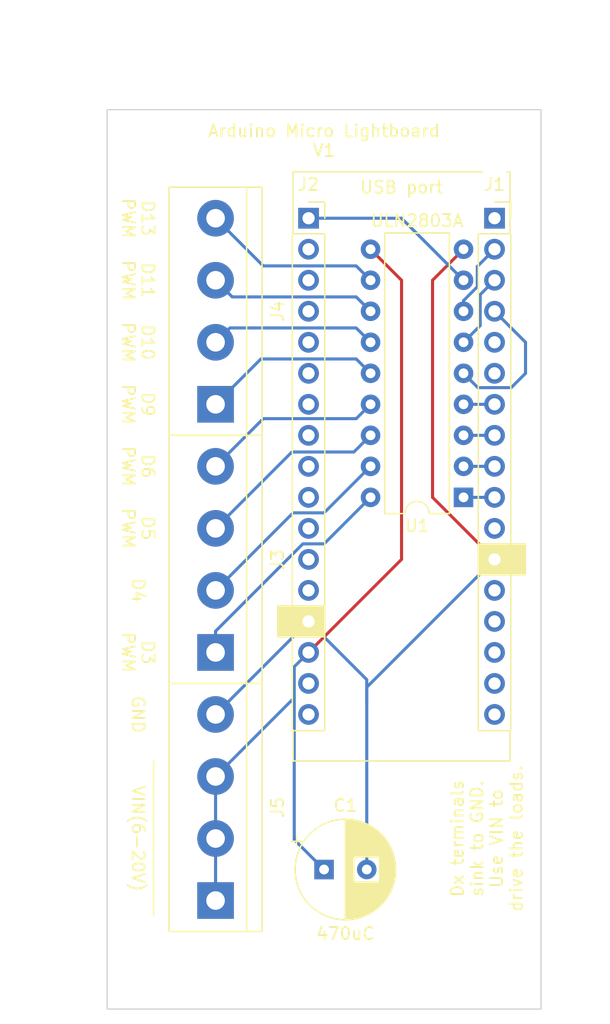
<source format=kicad_pcb>
(kicad_pcb (version 20171130) (host pcbnew 5.1.9+dfsg1-1)

  (general
    (thickness 1.6)
    (drawings 29)
    (tracks 62)
    (zones 0)
    (modules 11)
    (nets 42)
  )

  (page A4)
  (layers
    (0 F.Cu signal)
    (31 B.Cu signal)
    (32 B.Adhes user)
    (33 F.Adhes user)
    (34 B.Paste user)
    (35 F.Paste user)
    (36 B.SilkS user)
    (37 F.SilkS user)
    (38 B.Mask user)
    (39 F.Mask user)
    (40 Dwgs.User user)
    (41 Cmts.User user)
    (42 Eco1.User user)
    (43 Eco2.User user)
    (44 Edge.Cuts user)
    (45 Margin user)
    (46 B.CrtYd user)
    (47 F.CrtYd user)
    (48 B.Fab user)
    (49 F.Fab user)
  )

  (setup
    (last_trace_width 0.25)
    (trace_clearance 0.2)
    (zone_clearance 0.508)
    (zone_45_only no)
    (trace_min 0.2)
    (via_size 0.8)
    (via_drill 0.4)
    (via_min_size 0.4)
    (via_min_drill 0.3)
    (uvia_size 0.3)
    (uvia_drill 0.1)
    (uvias_allowed no)
    (uvia_min_size 0.2)
    (uvia_min_drill 0.1)
    (edge_width 0.05)
    (segment_width 0.2)
    (pcb_text_width 0.3)
    (pcb_text_size 1.5 1.5)
    (mod_edge_width 0.12)
    (mod_text_size 1 1)
    (mod_text_width 0.15)
    (pad_size 1.524 1.524)
    (pad_drill 0.762)
    (pad_to_mask_clearance 0)
    (aux_axis_origin 0 0)
    (visible_elements FFFFFF7F)
    (pcbplotparams
      (layerselection 0x010fc_ffffffff)
      (usegerberextensions false)
      (usegerberattributes true)
      (usegerberadvancedattributes true)
      (creategerberjobfile true)
      (excludeedgelayer true)
      (linewidth 0.100000)
      (plotframeref false)
      (viasonmask false)
      (mode 1)
      (useauxorigin false)
      (hpglpennumber 1)
      (hpglpenspeed 20)
      (hpglpendiameter 15.000000)
      (psnegative false)
      (psa4output false)
      (plotreference true)
      (plotvalue true)
      (plotinvisibletext false)
      (padsonsilk false)
      (subtractmaskfromsilk false)
      (outputformat 1)
      (mirror false)
      (drillshape 1)
      (scaleselection 1)
      (outputdirectory ""))
  )

  (net 0 "")
  (net 1 GND)
  (net 2 +7.5V)
  (net 3 "Net-(J1-Pad17)")
  (net 4 "Net-(J1-Pad16)")
  (net 5 "Net-(J1-Pad13)")
  (net 6 "Net-(J1-Pad11)")
  (net 7 "Net-(J1-Pad6)")
  (net 8 "Net-(J1-Pad5)")
  (net 9 "/D13(PWM)")
  (net 10 "Net-(J2-Pad17)")
  (net 11 "Net-(J2-Pad16)")
  (net 12 "Net-(J2-Pad13)")
  (net 13 "Net-(J2-Pad11)")
  (net 14 "/D3(PWM)")
  (net 15 /D4)
  (net 16 "/D5(PWM)")
  (net 17 "/D6(PWM)")
  (net 18 "Net-(J2-Pad6)")
  (net 19 "Net-(J2-Pad5)")
  (net 20 "/D9(PWM)")
  (net 21 "/D10(PWM)")
  (net 22 "/D11(PWM)")
  (net 23 "Net-(J1-Pad15)")
  (net 24 "Net-(J1-Pad14)")
  (net 25 "Net-(J1-Pad1)")
  (net 26 "Net-(J2-Pad12)")
  (net 27 "Net-(J2-Pad10)")
  (net 28 "Net-(J2-Pad9)")
  (net 29 "Net-(J2-Pad8)")
  (net 30 "Net-(J2-Pad7)")
  (net 31 "Net-(J2-Pad4)")
  (net 32 "Net-(J2-Pad3)")
  (net 33 "Net-(J2-Pad2)")
  (net 34 /D6_OUT)
  (net 35 /D3_OUT)
  (net 36 /D5_OUT)
  (net 37 /D4_OUT)
  (net 38 /D13_OUT)
  (net 39 /D9_OUT)
  (net 40 /D11_OUT)
  (net 41 /D10_OUT)

  (net_class Default "This is the default net class."
    (clearance 0.2)
    (trace_width 0.25)
    (via_dia 0.8)
    (via_drill 0.4)
    (uvia_dia 0.3)
    (uvia_drill 0.1)
    (add_net +7.5V)
    (add_net "/D10(PWM)")
    (add_net /D10_OUT)
    (add_net "/D11(PWM)")
    (add_net /D11_OUT)
    (add_net "/D13(PWM)")
    (add_net /D13_OUT)
    (add_net "/D3(PWM)")
    (add_net /D3_OUT)
    (add_net /D4)
    (add_net /D4_OUT)
    (add_net "/D5(PWM)")
    (add_net /D5_OUT)
    (add_net "/D6(PWM)")
    (add_net /D6_OUT)
    (add_net "/D9(PWM)")
    (add_net /D9_OUT)
    (add_net GND)
    (add_net "Net-(J1-Pad1)")
    (add_net "Net-(J1-Pad11)")
    (add_net "Net-(J1-Pad13)")
    (add_net "Net-(J1-Pad14)")
    (add_net "Net-(J1-Pad15)")
    (add_net "Net-(J1-Pad16)")
    (add_net "Net-(J1-Pad17)")
    (add_net "Net-(J1-Pad5)")
    (add_net "Net-(J1-Pad6)")
    (add_net "Net-(J2-Pad10)")
    (add_net "Net-(J2-Pad11)")
    (add_net "Net-(J2-Pad12)")
    (add_net "Net-(J2-Pad13)")
    (add_net "Net-(J2-Pad16)")
    (add_net "Net-(J2-Pad17)")
    (add_net "Net-(J2-Pad2)")
    (add_net "Net-(J2-Pad3)")
    (add_net "Net-(J2-Pad4)")
    (add_net "Net-(J2-Pad5)")
    (add_net "Net-(J2-Pad6)")
    (add_net "Net-(J2-Pad7)")
    (add_net "Net-(J2-Pad8)")
    (add_net "Net-(J2-Pad9)")
  )

  (module Capacitor_THT:CP_Radial_D8.0mm_P3.50mm (layer F.Cu) (tedit 5AE50EF0) (tstamp 6173EB26)
    (at 107.95 129.54)
    (descr "CP, Radial series, Radial, pin pitch=3.50mm, , diameter=8mm, Electrolytic Capacitor")
    (tags "CP Radial series Radial pin pitch 3.50mm  diameter 8mm Electrolytic Capacitor")
    (path /616DA818)
    (fp_text reference C1 (at 1.75 -5.25) (layer F.SilkS)
      (effects (font (size 1 1) (thickness 0.15)))
    )
    (fp_text value 470uC (at 1.75 5.25) (layer F.SilkS)
      (effects (font (size 1 1) (thickness 0.15)))
    )
    (fp_line (start -2.259698 -2.715) (end -2.259698 -1.915) (layer F.SilkS) (width 0.12))
    (fp_line (start -2.659698 -2.315) (end -1.859698 -2.315) (layer F.SilkS) (width 0.12))
    (fp_line (start 5.831 -0.533) (end 5.831 0.533) (layer F.SilkS) (width 0.12))
    (fp_line (start 5.791 -0.768) (end 5.791 0.768) (layer F.SilkS) (width 0.12))
    (fp_line (start 5.751 -0.948) (end 5.751 0.948) (layer F.SilkS) (width 0.12))
    (fp_line (start 5.711 -1.098) (end 5.711 1.098) (layer F.SilkS) (width 0.12))
    (fp_line (start 5.671 -1.229) (end 5.671 1.229) (layer F.SilkS) (width 0.12))
    (fp_line (start 5.631 -1.346) (end 5.631 1.346) (layer F.SilkS) (width 0.12))
    (fp_line (start 5.591 -1.453) (end 5.591 1.453) (layer F.SilkS) (width 0.12))
    (fp_line (start 5.551 -1.552) (end 5.551 1.552) (layer F.SilkS) (width 0.12))
    (fp_line (start 5.511 -1.645) (end 5.511 1.645) (layer F.SilkS) (width 0.12))
    (fp_line (start 5.471 -1.731) (end 5.471 1.731) (layer F.SilkS) (width 0.12))
    (fp_line (start 5.431 -1.813) (end 5.431 1.813) (layer F.SilkS) (width 0.12))
    (fp_line (start 5.391 -1.89) (end 5.391 1.89) (layer F.SilkS) (width 0.12))
    (fp_line (start 5.351 -1.964) (end 5.351 1.964) (layer F.SilkS) (width 0.12))
    (fp_line (start 5.311 -2.034) (end 5.311 2.034) (layer F.SilkS) (width 0.12))
    (fp_line (start 5.271 -2.102) (end 5.271 2.102) (layer F.SilkS) (width 0.12))
    (fp_line (start 5.231 -2.166) (end 5.231 2.166) (layer F.SilkS) (width 0.12))
    (fp_line (start 5.191 -2.228) (end 5.191 2.228) (layer F.SilkS) (width 0.12))
    (fp_line (start 5.151 -2.287) (end 5.151 2.287) (layer F.SilkS) (width 0.12))
    (fp_line (start 5.111 -2.345) (end 5.111 2.345) (layer F.SilkS) (width 0.12))
    (fp_line (start 5.071 -2.4) (end 5.071 2.4) (layer F.SilkS) (width 0.12))
    (fp_line (start 5.031 -2.454) (end 5.031 2.454) (layer F.SilkS) (width 0.12))
    (fp_line (start 4.991 -2.505) (end 4.991 2.505) (layer F.SilkS) (width 0.12))
    (fp_line (start 4.951 -2.556) (end 4.951 2.556) (layer F.SilkS) (width 0.12))
    (fp_line (start 4.911 -2.604) (end 4.911 2.604) (layer F.SilkS) (width 0.12))
    (fp_line (start 4.871 -2.651) (end 4.871 2.651) (layer F.SilkS) (width 0.12))
    (fp_line (start 4.831 -2.697) (end 4.831 2.697) (layer F.SilkS) (width 0.12))
    (fp_line (start 4.791 -2.741) (end 4.791 2.741) (layer F.SilkS) (width 0.12))
    (fp_line (start 4.751 -2.784) (end 4.751 2.784) (layer F.SilkS) (width 0.12))
    (fp_line (start 4.711 -2.826) (end 4.711 2.826) (layer F.SilkS) (width 0.12))
    (fp_line (start 4.671 -2.867) (end 4.671 2.867) (layer F.SilkS) (width 0.12))
    (fp_line (start 4.631 -2.907) (end 4.631 2.907) (layer F.SilkS) (width 0.12))
    (fp_line (start 4.591 -2.945) (end 4.591 2.945) (layer F.SilkS) (width 0.12))
    (fp_line (start 4.551 -2.983) (end 4.551 2.983) (layer F.SilkS) (width 0.12))
    (fp_line (start 4.511 1.04) (end 4.511 3.019) (layer F.SilkS) (width 0.12))
    (fp_line (start 4.511 -3.019) (end 4.511 -1.04) (layer F.SilkS) (width 0.12))
    (fp_line (start 4.471 1.04) (end 4.471 3.055) (layer F.SilkS) (width 0.12))
    (fp_line (start 4.471 -3.055) (end 4.471 -1.04) (layer F.SilkS) (width 0.12))
    (fp_line (start 4.431 1.04) (end 4.431 3.09) (layer F.SilkS) (width 0.12))
    (fp_line (start 4.431 -3.09) (end 4.431 -1.04) (layer F.SilkS) (width 0.12))
    (fp_line (start 4.391 1.04) (end 4.391 3.124) (layer F.SilkS) (width 0.12))
    (fp_line (start 4.391 -3.124) (end 4.391 -1.04) (layer F.SilkS) (width 0.12))
    (fp_line (start 4.351 1.04) (end 4.351 3.156) (layer F.SilkS) (width 0.12))
    (fp_line (start 4.351 -3.156) (end 4.351 -1.04) (layer F.SilkS) (width 0.12))
    (fp_line (start 4.311 1.04) (end 4.311 3.189) (layer F.SilkS) (width 0.12))
    (fp_line (start 4.311 -3.189) (end 4.311 -1.04) (layer F.SilkS) (width 0.12))
    (fp_line (start 4.271 1.04) (end 4.271 3.22) (layer F.SilkS) (width 0.12))
    (fp_line (start 4.271 -3.22) (end 4.271 -1.04) (layer F.SilkS) (width 0.12))
    (fp_line (start 4.231 1.04) (end 4.231 3.25) (layer F.SilkS) (width 0.12))
    (fp_line (start 4.231 -3.25) (end 4.231 -1.04) (layer F.SilkS) (width 0.12))
    (fp_line (start 4.191 1.04) (end 4.191 3.28) (layer F.SilkS) (width 0.12))
    (fp_line (start 4.191 -3.28) (end 4.191 -1.04) (layer F.SilkS) (width 0.12))
    (fp_line (start 4.151 1.04) (end 4.151 3.309) (layer F.SilkS) (width 0.12))
    (fp_line (start 4.151 -3.309) (end 4.151 -1.04) (layer F.SilkS) (width 0.12))
    (fp_line (start 4.111 1.04) (end 4.111 3.338) (layer F.SilkS) (width 0.12))
    (fp_line (start 4.111 -3.338) (end 4.111 -1.04) (layer F.SilkS) (width 0.12))
    (fp_line (start 4.071 1.04) (end 4.071 3.365) (layer F.SilkS) (width 0.12))
    (fp_line (start 4.071 -3.365) (end 4.071 -1.04) (layer F.SilkS) (width 0.12))
    (fp_line (start 4.031 1.04) (end 4.031 3.392) (layer F.SilkS) (width 0.12))
    (fp_line (start 4.031 -3.392) (end 4.031 -1.04) (layer F.SilkS) (width 0.12))
    (fp_line (start 3.991 1.04) (end 3.991 3.418) (layer F.SilkS) (width 0.12))
    (fp_line (start 3.991 -3.418) (end 3.991 -1.04) (layer F.SilkS) (width 0.12))
    (fp_line (start 3.951 1.04) (end 3.951 3.444) (layer F.SilkS) (width 0.12))
    (fp_line (start 3.951 -3.444) (end 3.951 -1.04) (layer F.SilkS) (width 0.12))
    (fp_line (start 3.911 1.04) (end 3.911 3.469) (layer F.SilkS) (width 0.12))
    (fp_line (start 3.911 -3.469) (end 3.911 -1.04) (layer F.SilkS) (width 0.12))
    (fp_line (start 3.871 1.04) (end 3.871 3.493) (layer F.SilkS) (width 0.12))
    (fp_line (start 3.871 -3.493) (end 3.871 -1.04) (layer F.SilkS) (width 0.12))
    (fp_line (start 3.831 1.04) (end 3.831 3.517) (layer F.SilkS) (width 0.12))
    (fp_line (start 3.831 -3.517) (end 3.831 -1.04) (layer F.SilkS) (width 0.12))
    (fp_line (start 3.791 1.04) (end 3.791 3.54) (layer F.SilkS) (width 0.12))
    (fp_line (start 3.791 -3.54) (end 3.791 -1.04) (layer F.SilkS) (width 0.12))
    (fp_line (start 3.751 1.04) (end 3.751 3.562) (layer F.SilkS) (width 0.12))
    (fp_line (start 3.751 -3.562) (end 3.751 -1.04) (layer F.SilkS) (width 0.12))
    (fp_line (start 3.711 1.04) (end 3.711 3.584) (layer F.SilkS) (width 0.12))
    (fp_line (start 3.711 -3.584) (end 3.711 -1.04) (layer F.SilkS) (width 0.12))
    (fp_line (start 3.671 1.04) (end 3.671 3.606) (layer F.SilkS) (width 0.12))
    (fp_line (start 3.671 -3.606) (end 3.671 -1.04) (layer F.SilkS) (width 0.12))
    (fp_line (start 3.631 1.04) (end 3.631 3.627) (layer F.SilkS) (width 0.12))
    (fp_line (start 3.631 -3.627) (end 3.631 -1.04) (layer F.SilkS) (width 0.12))
    (fp_line (start 3.591 1.04) (end 3.591 3.647) (layer F.SilkS) (width 0.12))
    (fp_line (start 3.591 -3.647) (end 3.591 -1.04) (layer F.SilkS) (width 0.12))
    (fp_line (start 3.551 1.04) (end 3.551 3.666) (layer F.SilkS) (width 0.12))
    (fp_line (start 3.551 -3.666) (end 3.551 -1.04) (layer F.SilkS) (width 0.12))
    (fp_line (start 3.511 1.04) (end 3.511 3.686) (layer F.SilkS) (width 0.12))
    (fp_line (start 3.511 -3.686) (end 3.511 -1.04) (layer F.SilkS) (width 0.12))
    (fp_line (start 3.471 1.04) (end 3.471 3.704) (layer F.SilkS) (width 0.12))
    (fp_line (start 3.471 -3.704) (end 3.471 -1.04) (layer F.SilkS) (width 0.12))
    (fp_line (start 3.431 1.04) (end 3.431 3.722) (layer F.SilkS) (width 0.12))
    (fp_line (start 3.431 -3.722) (end 3.431 -1.04) (layer F.SilkS) (width 0.12))
    (fp_line (start 3.391 1.04) (end 3.391 3.74) (layer F.SilkS) (width 0.12))
    (fp_line (start 3.391 -3.74) (end 3.391 -1.04) (layer F.SilkS) (width 0.12))
    (fp_line (start 3.351 1.04) (end 3.351 3.757) (layer F.SilkS) (width 0.12))
    (fp_line (start 3.351 -3.757) (end 3.351 -1.04) (layer F.SilkS) (width 0.12))
    (fp_line (start 3.311 1.04) (end 3.311 3.774) (layer F.SilkS) (width 0.12))
    (fp_line (start 3.311 -3.774) (end 3.311 -1.04) (layer F.SilkS) (width 0.12))
    (fp_line (start 3.271 1.04) (end 3.271 3.79) (layer F.SilkS) (width 0.12))
    (fp_line (start 3.271 -3.79) (end 3.271 -1.04) (layer F.SilkS) (width 0.12))
    (fp_line (start 3.231 1.04) (end 3.231 3.805) (layer F.SilkS) (width 0.12))
    (fp_line (start 3.231 -3.805) (end 3.231 -1.04) (layer F.SilkS) (width 0.12))
    (fp_line (start 3.191 1.04) (end 3.191 3.821) (layer F.SilkS) (width 0.12))
    (fp_line (start 3.191 -3.821) (end 3.191 -1.04) (layer F.SilkS) (width 0.12))
    (fp_line (start 3.151 1.04) (end 3.151 3.835) (layer F.SilkS) (width 0.12))
    (fp_line (start 3.151 -3.835) (end 3.151 -1.04) (layer F.SilkS) (width 0.12))
    (fp_line (start 3.111 1.04) (end 3.111 3.85) (layer F.SilkS) (width 0.12))
    (fp_line (start 3.111 -3.85) (end 3.111 -1.04) (layer F.SilkS) (width 0.12))
    (fp_line (start 3.071 1.04) (end 3.071 3.863) (layer F.SilkS) (width 0.12))
    (fp_line (start 3.071 -3.863) (end 3.071 -1.04) (layer F.SilkS) (width 0.12))
    (fp_line (start 3.031 1.04) (end 3.031 3.877) (layer F.SilkS) (width 0.12))
    (fp_line (start 3.031 -3.877) (end 3.031 -1.04) (layer F.SilkS) (width 0.12))
    (fp_line (start 2.991 1.04) (end 2.991 3.889) (layer F.SilkS) (width 0.12))
    (fp_line (start 2.991 -3.889) (end 2.991 -1.04) (layer F.SilkS) (width 0.12))
    (fp_line (start 2.951 1.04) (end 2.951 3.902) (layer F.SilkS) (width 0.12))
    (fp_line (start 2.951 -3.902) (end 2.951 -1.04) (layer F.SilkS) (width 0.12))
    (fp_line (start 2.911 1.04) (end 2.911 3.914) (layer F.SilkS) (width 0.12))
    (fp_line (start 2.911 -3.914) (end 2.911 -1.04) (layer F.SilkS) (width 0.12))
    (fp_line (start 2.871 1.04) (end 2.871 3.925) (layer F.SilkS) (width 0.12))
    (fp_line (start 2.871 -3.925) (end 2.871 -1.04) (layer F.SilkS) (width 0.12))
    (fp_line (start 2.831 1.04) (end 2.831 3.936) (layer F.SilkS) (width 0.12))
    (fp_line (start 2.831 -3.936) (end 2.831 -1.04) (layer F.SilkS) (width 0.12))
    (fp_line (start 2.791 1.04) (end 2.791 3.947) (layer F.SilkS) (width 0.12))
    (fp_line (start 2.791 -3.947) (end 2.791 -1.04) (layer F.SilkS) (width 0.12))
    (fp_line (start 2.751 1.04) (end 2.751 3.957) (layer F.SilkS) (width 0.12))
    (fp_line (start 2.751 -3.957) (end 2.751 -1.04) (layer F.SilkS) (width 0.12))
    (fp_line (start 2.711 1.04) (end 2.711 3.967) (layer F.SilkS) (width 0.12))
    (fp_line (start 2.711 -3.967) (end 2.711 -1.04) (layer F.SilkS) (width 0.12))
    (fp_line (start 2.671 1.04) (end 2.671 3.976) (layer F.SilkS) (width 0.12))
    (fp_line (start 2.671 -3.976) (end 2.671 -1.04) (layer F.SilkS) (width 0.12))
    (fp_line (start 2.631 1.04) (end 2.631 3.985) (layer F.SilkS) (width 0.12))
    (fp_line (start 2.631 -3.985) (end 2.631 -1.04) (layer F.SilkS) (width 0.12))
    (fp_line (start 2.591 1.04) (end 2.591 3.994) (layer F.SilkS) (width 0.12))
    (fp_line (start 2.591 -3.994) (end 2.591 -1.04) (layer F.SilkS) (width 0.12))
    (fp_line (start 2.551 1.04) (end 2.551 4.002) (layer F.SilkS) (width 0.12))
    (fp_line (start 2.551 -4.002) (end 2.551 -1.04) (layer F.SilkS) (width 0.12))
    (fp_line (start 2.511 1.04) (end 2.511 4.01) (layer F.SilkS) (width 0.12))
    (fp_line (start 2.511 -4.01) (end 2.511 -1.04) (layer F.SilkS) (width 0.12))
    (fp_line (start 2.471 1.04) (end 2.471 4.017) (layer F.SilkS) (width 0.12))
    (fp_line (start 2.471 -4.017) (end 2.471 -1.04) (layer F.SilkS) (width 0.12))
    (fp_line (start 2.43 -4.024) (end 2.43 4.024) (layer F.SilkS) (width 0.12))
    (fp_line (start 2.39 -4.03) (end 2.39 4.03) (layer F.SilkS) (width 0.12))
    (fp_line (start 2.35 -4.037) (end 2.35 4.037) (layer F.SilkS) (width 0.12))
    (fp_line (start 2.31 -4.042) (end 2.31 4.042) (layer F.SilkS) (width 0.12))
    (fp_line (start 2.27 -4.048) (end 2.27 4.048) (layer F.SilkS) (width 0.12))
    (fp_line (start 2.23 -4.052) (end 2.23 4.052) (layer F.SilkS) (width 0.12))
    (fp_line (start 2.19 -4.057) (end 2.19 4.057) (layer F.SilkS) (width 0.12))
    (fp_line (start 2.15 -4.061) (end 2.15 4.061) (layer F.SilkS) (width 0.12))
    (fp_line (start 2.11 -4.065) (end 2.11 4.065) (layer F.SilkS) (width 0.12))
    (fp_line (start 2.07 -4.068) (end 2.07 4.068) (layer F.SilkS) (width 0.12))
    (fp_line (start 2.03 -4.071) (end 2.03 4.071) (layer F.SilkS) (width 0.12))
    (fp_line (start 1.99 -4.074) (end 1.99 4.074) (layer F.SilkS) (width 0.12))
    (fp_line (start 1.95 -4.076) (end 1.95 4.076) (layer F.SilkS) (width 0.12))
    (fp_line (start 1.91 -4.077) (end 1.91 4.077) (layer F.SilkS) (width 0.12))
    (fp_line (start 1.87 -4.079) (end 1.87 4.079) (layer F.SilkS) (width 0.12))
    (fp_line (start 1.83 -4.08) (end 1.83 4.08) (layer F.SilkS) (width 0.12))
    (fp_line (start 1.79 -4.08) (end 1.79 4.08) (layer F.SilkS) (width 0.12))
    (fp_line (start 1.75 -4.08) (end 1.75 4.08) (layer F.SilkS) (width 0.12))
    (fp_line (start -1.276759 -2.1475) (end -1.276759 -1.3475) (layer F.Fab) (width 0.1))
    (fp_line (start -1.676759 -1.7475) (end -0.876759 -1.7475) (layer F.Fab) (width 0.1))
    (fp_circle (center 1.75 0) (end 6 0) (layer F.CrtYd) (width 0.05))
    (fp_circle (center 1.75 0) (end 5.87 0) (layer F.SilkS) (width 0.12))
    (fp_circle (center 1.75 0) (end 5.75 0) (layer F.Fab) (width 0.1))
    (fp_text user %R (at 1.75 0) (layer F.Fab)
      (effects (font (size 1 1) (thickness 0.15)))
    )
    (pad 2 thru_hole circle (at 3.5 0) (size 1.6 1.6) (drill 0.8) (layers *.Cu *.Mask)
      (net 1 GND))
    (pad 1 thru_hole rect (at 0 0) (size 1.6 1.6) (drill 0.8) (layers *.Cu *.Mask)
      (net 2 +7.5V))
    (model ${KISYS3DMOD}/Capacitor_THT.3dshapes/CP_Radial_D8.0mm_P3.50mm.wrl
      (at (xyz 0 0 0))
      (scale (xyz 1 1 1))
      (rotate (xyz 0 0 0))
    )
  )

  (module MountingHole:MountingHole_3.2mm_M3 (layer F.Cu) (tedit 56D1B4CB) (tstamp 61670190)
    (at 121.92 137.16)
    (descr "Mounting Hole 3.2mm, no annular, M3")
    (tags "mounting hole 3.2mm no annular m3")
    (attr virtual)
    (fp_text reference REF** (at 0 -4.2) (layer F.SilkS) hide
      (effects (font (size 1 1) (thickness 0.15)))
    )
    (fp_text value MountingHole_3.2mm_M3 (at 0 4.2) (layer F.Fab)
      (effects (font (size 1 1) (thickness 0.15)))
    )
    (fp_circle (center 0 0) (end 3.2 0) (layer Cmts.User) (width 0.15))
    (fp_circle (center 0 0) (end 3.45 0) (layer F.CrtYd) (width 0.05))
    (fp_text user %R (at 0.3 0) (layer F.Fab)
      (effects (font (size 1 1) (thickness 0.15)))
    )
    (pad 1 np_thru_hole circle (at 0 0) (size 3.2 3.2) (drill 3.2) (layers *.Cu *.Mask))
  )

  (module MountingHole:MountingHole_3.2mm_M3 (layer F.Cu) (tedit 56D1B4CB) (tstamp 61670173)
    (at 93.98 137.16)
    (descr "Mounting Hole 3.2mm, no annular, M3")
    (tags "mounting hole 3.2mm no annular m3")
    (attr virtual)
    (fp_text reference REF** (at 0 -4.2) (layer F.SilkS) hide
      (effects (font (size 1 1) (thickness 0.15)))
    )
    (fp_text value MountingHole_3.2mm_M3 (at 0 4.2) (layer F.Fab)
      (effects (font (size 1 1) (thickness 0.15)))
    )
    (fp_circle (center 0 0) (end 3.2 0) (layer Cmts.User) (width 0.15))
    (fp_circle (center 0 0) (end 3.45 0) (layer F.CrtYd) (width 0.05))
    (fp_text user %R (at 0.3 0) (layer F.Fab)
      (effects (font (size 1 1) (thickness 0.15)))
    )
    (pad 1 np_thru_hole circle (at 0 0) (size 3.2 3.2) (drill 3.2) (layers *.Cu *.Mask))
  )

  (module MountingHole:MountingHole_3.2mm_M3 (layer F.Cu) (tedit 56D1B4CB) (tstamp 61670156)
    (at 121.92 71.12)
    (descr "Mounting Hole 3.2mm, no annular, M3")
    (tags "mounting hole 3.2mm no annular m3")
    (attr virtual)
    (fp_text reference REF** (at 0 -4.2) (layer F.SilkS) hide
      (effects (font (size 1 1) (thickness 0.15)))
    )
    (fp_text value MountingHole_3.2mm_M3 (at 0 4.2) (layer F.Fab)
      (effects (font (size 1 1) (thickness 0.15)))
    )
    (fp_circle (center 0 0) (end 3.2 0) (layer Cmts.User) (width 0.15))
    (fp_circle (center 0 0) (end 3.45 0) (layer F.CrtYd) (width 0.05))
    (fp_text user %R (at 0.3 0) (layer F.Fab)
      (effects (font (size 1 1) (thickness 0.15)))
    )
    (pad 1 np_thru_hole circle (at 0 0) (size 3.2 3.2) (drill 3.2) (layers *.Cu *.Mask))
  )

  (module MountingHole:MountingHole_3.2mm_M3 (layer F.Cu) (tedit 56D1B4CB) (tstamp 61670139)
    (at 93.98 71.12)
    (descr "Mounting Hole 3.2mm, no annular, M3")
    (tags "mounting hole 3.2mm no annular m3")
    (attr virtual)
    (fp_text reference REF** (at 0 -4.2) (layer F.SilkS) hide
      (effects (font (size 1 1) (thickness 0.15)))
    )
    (fp_text value MountingHole_3.2mm_M3 (at 0 4.2) (layer F.Fab)
      (effects (font (size 1 1) (thickness 0.15)))
    )
    (fp_circle (center 0 0) (end 3.2 0) (layer Cmts.User) (width 0.15))
    (fp_circle (center 0 0) (end 3.45 0) (layer F.CrtYd) (width 0.05))
    (fp_text user %R (at 0.3 0) (layer F.Fab)
      (effects (font (size 1 1) (thickness 0.15)))
    )
    (pad 1 np_thru_hole circle (at 0 0) (size 3.2 3.2) (drill 3.2) (layers *.Cu *.Mask))
  )

  (module Package_DIP:DIP-18_W7.62mm (layer F.Cu) (tedit 5A02E8C5) (tstamp 6166990B)
    (at 119.38 99.06 180)
    (descr "18-lead though-hole mounted DIP package, row spacing 7.62 mm (300 mils)")
    (tags "THT DIP DIL PDIP 2.54mm 7.62mm 300mil")
    (path /6166A140)
    (fp_text reference U1 (at 3.81 -2.33) (layer F.SilkS)
      (effects (font (size 1 1) (thickness 0.15)))
    )
    (fp_text value ULN2803A (at 3.81 22.65) (layer F.SilkS)
      (effects (font (size 1 1) (thickness 0.15)))
    )
    (fp_line (start 1.635 -1.27) (end 6.985 -1.27) (layer F.Fab) (width 0.1))
    (fp_line (start 6.985 -1.27) (end 6.985 21.59) (layer F.Fab) (width 0.1))
    (fp_line (start 6.985 21.59) (end 0.635 21.59) (layer F.Fab) (width 0.1))
    (fp_line (start 0.635 21.59) (end 0.635 -0.27) (layer F.Fab) (width 0.1))
    (fp_line (start 0.635 -0.27) (end 1.635 -1.27) (layer F.Fab) (width 0.1))
    (fp_line (start 2.81 -1.33) (end 1.16 -1.33) (layer F.SilkS) (width 0.12))
    (fp_line (start 1.16 -1.33) (end 1.16 21.65) (layer F.SilkS) (width 0.12))
    (fp_line (start 1.16 21.65) (end 6.46 21.65) (layer F.SilkS) (width 0.12))
    (fp_line (start 6.46 21.65) (end 6.46 -1.33) (layer F.SilkS) (width 0.12))
    (fp_line (start 6.46 -1.33) (end 4.81 -1.33) (layer F.SilkS) (width 0.12))
    (fp_line (start -1.1 -1.55) (end -1.1 21.85) (layer F.CrtYd) (width 0.05))
    (fp_line (start -1.1 21.85) (end 8.7 21.85) (layer F.CrtYd) (width 0.05))
    (fp_line (start 8.7 21.85) (end 8.7 -1.55) (layer F.CrtYd) (width 0.05))
    (fp_line (start 8.7 -1.55) (end -1.1 -1.55) (layer F.CrtYd) (width 0.05))
    (fp_text user %R (at 3.81 10.16) (layer F.Fab)
      (effects (font (size 1 1) (thickness 0.15)))
    )
    (fp_arc (start 3.81 -1.33) (end 2.81 -1.33) (angle -180) (layer F.SilkS) (width 0.12))
    (pad 18 thru_hole oval (at 7.62 0 180) (size 1.6 1.6) (drill 0.8) (layers *.Cu *.Mask)
      (net 35 /D3_OUT))
    (pad 9 thru_hole oval (at 0 20.32 180) (size 1.6 1.6) (drill 0.8) (layers *.Cu *.Mask)
      (net 1 GND))
    (pad 17 thru_hole oval (at 7.62 2.54 180) (size 1.6 1.6) (drill 0.8) (layers *.Cu *.Mask)
      (net 37 /D4_OUT))
    (pad 8 thru_hole oval (at 0 17.78 180) (size 1.6 1.6) (drill 0.8) (layers *.Cu *.Mask)
      (net 9 "/D13(PWM)"))
    (pad 16 thru_hole oval (at 7.62 5.08 180) (size 1.6 1.6) (drill 0.8) (layers *.Cu *.Mask)
      (net 36 /D5_OUT))
    (pad 7 thru_hole oval (at 0 15.24 180) (size 1.6 1.6) (drill 0.8) (layers *.Cu *.Mask)
      (net 22 "/D11(PWM)"))
    (pad 15 thru_hole oval (at 7.62 7.62 180) (size 1.6 1.6) (drill 0.8) (layers *.Cu *.Mask)
      (net 34 /D6_OUT))
    (pad 6 thru_hole oval (at 0 12.7 180) (size 1.6 1.6) (drill 0.8) (layers *.Cu *.Mask)
      (net 21 "/D10(PWM)"))
    (pad 14 thru_hole oval (at 7.62 10.16 180) (size 1.6 1.6) (drill 0.8) (layers *.Cu *.Mask)
      (net 39 /D9_OUT))
    (pad 5 thru_hole oval (at 0 10.16 180) (size 1.6 1.6) (drill 0.8) (layers *.Cu *.Mask)
      (net 20 "/D9(PWM)"))
    (pad 13 thru_hole oval (at 7.62 12.7 180) (size 1.6 1.6) (drill 0.8) (layers *.Cu *.Mask)
      (net 41 /D10_OUT))
    (pad 4 thru_hole oval (at 0 7.62 180) (size 1.6 1.6) (drill 0.8) (layers *.Cu *.Mask)
      (net 17 "/D6(PWM)"))
    (pad 12 thru_hole oval (at 7.62 15.24 180) (size 1.6 1.6) (drill 0.8) (layers *.Cu *.Mask)
      (net 40 /D11_OUT))
    (pad 3 thru_hole oval (at 0 5.08 180) (size 1.6 1.6) (drill 0.8) (layers *.Cu *.Mask)
      (net 16 "/D5(PWM)"))
    (pad 11 thru_hole oval (at 7.62 17.78 180) (size 1.6 1.6) (drill 0.8) (layers *.Cu *.Mask)
      (net 38 /D13_OUT))
    (pad 2 thru_hole oval (at 0 2.54 180) (size 1.6 1.6) (drill 0.8) (layers *.Cu *.Mask)
      (net 15 /D4))
    (pad 10 thru_hole oval (at 7.62 20.32 180) (size 1.6 1.6) (drill 0.8) (layers *.Cu *.Mask)
      (net 2 +7.5V))
    (pad 1 thru_hole rect (at 0 0 180) (size 1.6 1.6) (drill 0.8) (layers *.Cu *.Mask)
      (net 14 "/D3(PWM)"))
    (model ${KISYS3DMOD}/Package_DIP.3dshapes/DIP-18_W7.62mm.wrl
      (at (xyz 0 0 0))
      (scale (xyz 1 1 1))
      (rotate (xyz 0 0 0))
    )
  )

  (module TerminalBlock:TerminalBlock_bornier-4_P5.08mm (layer F.Cu) (tedit 59FF03D1) (tstamp 616698E5)
    (at 99.06 132.08 90)
    (descr "simple 4-pin terminal block, pitch 5.08mm, revamped version of bornier4")
    (tags "terminal block bornier4")
    (path /6168981D)
    (fp_text reference J5 (at 7.62 5.08 90) (layer F.SilkS)
      (effects (font (size 1 1) (thickness 0.15)))
    )
    (fp_text value Screw_Terminal_01x04 (at 7.6 4.75 90) (layer F.Fab)
      (effects (font (size 1 1) (thickness 0.15)))
    )
    (fp_line (start -2.48 2.55) (end 17.72 2.55) (layer F.Fab) (width 0.1))
    (fp_line (start -2.43 3.75) (end -2.48 3.75) (layer F.Fab) (width 0.1))
    (fp_line (start -2.48 3.75) (end -2.48 -3.75) (layer F.Fab) (width 0.1))
    (fp_line (start -2.48 -3.75) (end 17.72 -3.75) (layer F.Fab) (width 0.1))
    (fp_line (start 17.72 -3.75) (end 17.72 3.75) (layer F.Fab) (width 0.1))
    (fp_line (start 17.72 3.75) (end -2.43 3.75) (layer F.Fab) (width 0.1))
    (fp_line (start -2.54 -3.81) (end -2.54 3.81) (layer F.SilkS) (width 0.12))
    (fp_line (start 17.78 3.81) (end 17.78 -3.81) (layer F.SilkS) (width 0.12))
    (fp_line (start 17.78 2.54) (end -2.54 2.54) (layer F.SilkS) (width 0.12))
    (fp_line (start -2.54 -3.81) (end 17.78 -3.81) (layer F.SilkS) (width 0.12))
    (fp_line (start -2.54 3.81) (end 17.78 3.81) (layer F.SilkS) (width 0.12))
    (fp_line (start -2.73 -4) (end 17.97 -4) (layer F.CrtYd) (width 0.05))
    (fp_line (start -2.73 -4) (end -2.73 4) (layer F.CrtYd) (width 0.05))
    (fp_line (start 17.97 4) (end 17.97 -4) (layer F.CrtYd) (width 0.05))
    (fp_line (start 17.97 4) (end -2.73 4) (layer F.CrtYd) (width 0.05))
    (fp_text user %R (at 7.62 0 90) (layer F.Fab)
      (effects (font (size 1 1) (thickness 0.15)))
    )
    (pad 4 thru_hole circle (at 15.24 0 90) (size 3 3) (drill 1.52) (layers *.Cu *.Mask)
      (net 1 GND))
    (pad 1 thru_hole rect (at 0 0 90) (size 3 3) (drill 1.52) (layers *.Cu *.Mask)
      (net 2 +7.5V))
    (pad 3 thru_hole circle (at 10.16 0 90) (size 3 3) (drill 1.52) (layers *.Cu *.Mask)
      (net 2 +7.5V))
    (pad 2 thru_hole circle (at 5.08 0 90) (size 3 3) (drill 1.52) (layers *.Cu *.Mask)
      (net 2 +7.5V))
    (model ${KISYS3DMOD}/TerminalBlock.3dshapes/TerminalBlock_bornier-4_P5.08mm.wrl
      (offset (xyz 7.619999885559082 0 0))
      (scale (xyz 1 1 1))
      (rotate (xyz 0 0 0))
    )
  )

  (module TerminalBlock:TerminalBlock_bornier-4_P5.08mm (layer F.Cu) (tedit 59FF03D1) (tstamp 616698CD)
    (at 99.06 91.44 90)
    (descr "simple 4-pin terminal block, pitch 5.08mm, revamped version of bornier4")
    (tags "terminal block bornier4")
    (path /61689DD2)
    (fp_text reference J4 (at 7.62 5.08 270) (layer F.SilkS)
      (effects (font (size 1 1) (thickness 0.15)))
    )
    (fp_text value Screw_Terminal_01x04 (at 7.6 4.75 90) (layer F.Fab)
      (effects (font (size 1 1) (thickness 0.15)))
    )
    (fp_line (start -2.48 2.55) (end 17.72 2.55) (layer F.Fab) (width 0.1))
    (fp_line (start -2.43 3.75) (end -2.48 3.75) (layer F.Fab) (width 0.1))
    (fp_line (start -2.48 3.75) (end -2.48 -3.75) (layer F.Fab) (width 0.1))
    (fp_line (start -2.48 -3.75) (end 17.72 -3.75) (layer F.Fab) (width 0.1))
    (fp_line (start 17.72 -3.75) (end 17.72 3.75) (layer F.Fab) (width 0.1))
    (fp_line (start 17.72 3.75) (end -2.43 3.75) (layer F.Fab) (width 0.1))
    (fp_line (start -2.54 -3.81) (end -2.54 3.81) (layer F.SilkS) (width 0.12))
    (fp_line (start 17.78 3.81) (end 17.78 -3.81) (layer F.SilkS) (width 0.12))
    (fp_line (start 17.78 2.54) (end -2.54 2.54) (layer F.SilkS) (width 0.12))
    (fp_line (start -2.54 -3.81) (end 17.78 -3.81) (layer F.SilkS) (width 0.12))
    (fp_line (start -2.54 3.81) (end 17.78 3.81) (layer F.SilkS) (width 0.12))
    (fp_line (start -2.73 -4) (end 17.97 -4) (layer F.CrtYd) (width 0.05))
    (fp_line (start -2.73 -4) (end -2.73 4) (layer F.CrtYd) (width 0.05))
    (fp_line (start 17.97 4) (end 17.97 -4) (layer F.CrtYd) (width 0.05))
    (fp_line (start 17.97 4) (end -2.73 4) (layer F.CrtYd) (width 0.05))
    (fp_text user %R (at 7.62 0 90) (layer F.Fab)
      (effects (font (size 1 1) (thickness 0.15)))
    )
    (pad 4 thru_hole circle (at 15.24 0 90) (size 3 3) (drill 1.52) (layers *.Cu *.Mask)
      (net 38 /D13_OUT))
    (pad 1 thru_hole rect (at 0 0 90) (size 3 3) (drill 1.52) (layers *.Cu *.Mask)
      (net 39 /D9_OUT))
    (pad 3 thru_hole circle (at 10.16 0 90) (size 3 3) (drill 1.52) (layers *.Cu *.Mask)
      (net 40 /D11_OUT))
    (pad 2 thru_hole circle (at 5.08 0 90) (size 3 3) (drill 1.52) (layers *.Cu *.Mask)
      (net 41 /D10_OUT))
    (model ${KISYS3DMOD}/TerminalBlock.3dshapes/TerminalBlock_bornier-4_P5.08mm.wrl
      (offset (xyz 7.619999885559082 0 0))
      (scale (xyz 1 1 1))
      (rotate (xyz 0 0 0))
    )
  )

  (module TerminalBlock:TerminalBlock_bornier-4_P5.08mm (layer F.Cu) (tedit 59FF03D1) (tstamp 616698B5)
    (at 99.06 111.76 90)
    (descr "simple 4-pin terminal block, pitch 5.08mm, revamped version of bornier4")
    (tags "terminal block bornier4")
    (path /6168A1C8)
    (fp_text reference J3 (at 7.6 5.08 90) (layer F.SilkS)
      (effects (font (size 1 1) (thickness 0.15)))
    )
    (fp_text value Screw_Terminal_01x04 (at 7.6 4.75 90) (layer F.Fab)
      (effects (font (size 1 1) (thickness 0.15)))
    )
    (fp_line (start -2.48 2.55) (end 17.72 2.55) (layer F.Fab) (width 0.1))
    (fp_line (start -2.43 3.75) (end -2.48 3.75) (layer F.Fab) (width 0.1))
    (fp_line (start -2.48 3.75) (end -2.48 -3.75) (layer F.Fab) (width 0.1))
    (fp_line (start -2.48 -3.75) (end 17.72 -3.75) (layer F.Fab) (width 0.1))
    (fp_line (start 17.72 -3.75) (end 17.72 3.75) (layer F.Fab) (width 0.1))
    (fp_line (start 17.72 3.75) (end -2.43 3.75) (layer F.Fab) (width 0.1))
    (fp_line (start -2.54 -3.81) (end -2.54 3.81) (layer F.SilkS) (width 0.12))
    (fp_line (start 17.78 3.81) (end 17.78 -3.81) (layer F.SilkS) (width 0.12))
    (fp_line (start 17.78 2.54) (end -2.54 2.54) (layer F.SilkS) (width 0.12))
    (fp_line (start -2.54 -3.81) (end 17.78 -3.81) (layer F.SilkS) (width 0.12))
    (fp_line (start -2.54 3.81) (end 17.78 3.81) (layer F.SilkS) (width 0.12))
    (fp_line (start -2.73 -4) (end 17.97 -4) (layer F.CrtYd) (width 0.05))
    (fp_line (start -2.73 -4) (end -2.73 4) (layer F.CrtYd) (width 0.05))
    (fp_line (start 17.97 4) (end 17.97 -4) (layer F.CrtYd) (width 0.05))
    (fp_line (start 17.97 4) (end -2.73 4) (layer F.CrtYd) (width 0.05))
    (fp_text user %R (at 7.62 0 90) (layer F.Fab)
      (effects (font (size 1 1) (thickness 0.15)))
    )
    (pad 4 thru_hole circle (at 15.24 0 90) (size 3 3) (drill 1.52) (layers *.Cu *.Mask)
      (net 34 /D6_OUT))
    (pad 1 thru_hole rect (at 0 0 90) (size 3 3) (drill 1.52) (layers *.Cu *.Mask)
      (net 35 /D3_OUT))
    (pad 3 thru_hole circle (at 10.16 0 90) (size 3 3) (drill 1.52) (layers *.Cu *.Mask)
      (net 36 /D5_OUT))
    (pad 2 thru_hole circle (at 5.08 0 90) (size 3 3) (drill 1.52) (layers *.Cu *.Mask)
      (net 37 /D4_OUT))
    (model ${KISYS3DMOD}/TerminalBlock.3dshapes/TerminalBlock_bornier-4_P5.08mm.wrl
      (offset (xyz 7.619999885559082 0 0))
      (scale (xyz 1 1 1))
      (rotate (xyz 0 0 0))
    )
  )

  (module Connector_PinSocket_2.54mm:PinSocket_1x17_P2.54mm_Vertical (layer F.Cu) (tedit 5A19A42B) (tstamp 6166989D)
    (at 121.92 76.2)
    (descr "Through hole straight socket strip, 1x17, 2.54mm pitch, single row (from Kicad 4.0.7), script generated")
    (tags "Through hole socket strip THT 1x17 2.54mm single row")
    (path /6166DB1E)
    (fp_text reference J1 (at 0 -2.77) (layer F.SilkS)
      (effects (font (size 1 1) (thickness 0.15)))
    )
    (fp_text value Conn_01x17_Female (at 0 43.41) (layer F.Fab)
      (effects (font (size 1 1) (thickness 0.15)))
    )
    (fp_line (start -1.27 -1.27) (end 0.635 -1.27) (layer F.Fab) (width 0.1))
    (fp_line (start 0.635 -1.27) (end 1.27 -0.635) (layer F.Fab) (width 0.1))
    (fp_line (start 1.27 -0.635) (end 1.27 41.91) (layer F.Fab) (width 0.1))
    (fp_line (start 1.27 41.91) (end -1.27 41.91) (layer F.Fab) (width 0.1))
    (fp_line (start -1.27 41.91) (end -1.27 -1.27) (layer F.Fab) (width 0.1))
    (fp_line (start -1.33 1.27) (end 1.33 1.27) (layer F.SilkS) (width 0.12))
    (fp_line (start -1.33 1.27) (end -1.33 41.97) (layer F.SilkS) (width 0.12))
    (fp_line (start -1.33 41.97) (end 1.33 41.97) (layer F.SilkS) (width 0.12))
    (fp_line (start 1.33 1.27) (end 1.33 41.97) (layer F.SilkS) (width 0.12))
    (fp_line (start 1.33 -1.33) (end 1.33 0) (layer F.SilkS) (width 0.12))
    (fp_line (start 0 -1.33) (end 1.33 -1.33) (layer F.SilkS) (width 0.12))
    (fp_line (start -1.8 -1.8) (end 1.75 -1.8) (layer F.CrtYd) (width 0.05))
    (fp_line (start 1.75 -1.8) (end 1.75 42.4) (layer F.CrtYd) (width 0.05))
    (fp_line (start 1.75 42.4) (end -1.8 42.4) (layer F.CrtYd) (width 0.05))
    (fp_line (start -1.8 42.4) (end -1.8 -1.8) (layer F.CrtYd) (width 0.05))
    (fp_text user %R (at 0 20.32 90) (layer F.Fab)
      (effects (font (size 1 1) (thickness 0.15)))
    )
    (pad 17 thru_hole oval (at 0 40.64) (size 1.7 1.7) (drill 1) (layers *.Cu *.Mask)
      (net 3 "Net-(J1-Pad17)"))
    (pad 16 thru_hole oval (at 0 38.1) (size 1.7 1.7) (drill 1) (layers *.Cu *.Mask)
      (net 4 "Net-(J1-Pad16)"))
    (pad 15 thru_hole oval (at 0 35.56) (size 1.7 1.7) (drill 1) (layers *.Cu *.Mask)
      (net 23 "Net-(J1-Pad15)"))
    (pad 14 thru_hole oval (at 0 33.02) (size 1.7 1.7) (drill 1) (layers *.Cu *.Mask)
      (net 24 "Net-(J1-Pad14)"))
    (pad 13 thru_hole oval (at 0 30.48) (size 1.7 1.7) (drill 1) (layers *.Cu *.Mask)
      (net 5 "Net-(J1-Pad13)"))
    (pad 12 thru_hole oval (at 0 27.94) (size 1.7 1.7) (drill 1) (layers *.Cu *.Mask)
      (net 1 GND))
    (pad 11 thru_hole oval (at 0 25.4) (size 1.7 1.7) (drill 1) (layers *.Cu *.Mask)
      (net 6 "Net-(J1-Pad11)"))
    (pad 10 thru_hole oval (at 0 22.86) (size 1.7 1.7) (drill 1) (layers *.Cu *.Mask)
      (net 14 "/D3(PWM)"))
    (pad 9 thru_hole oval (at 0 20.32) (size 1.7 1.7) (drill 1) (layers *.Cu *.Mask)
      (net 15 /D4))
    (pad 8 thru_hole oval (at 0 17.78) (size 1.7 1.7) (drill 1) (layers *.Cu *.Mask)
      (net 16 "/D5(PWM)"))
    (pad 7 thru_hole oval (at 0 15.24) (size 1.7 1.7) (drill 1) (layers *.Cu *.Mask)
      (net 17 "/D6(PWM)"))
    (pad 6 thru_hole oval (at 0 12.7) (size 1.7 1.7) (drill 1) (layers *.Cu *.Mask)
      (net 7 "Net-(J1-Pad6)"))
    (pad 5 thru_hole oval (at 0 10.16) (size 1.7 1.7) (drill 1) (layers *.Cu *.Mask)
      (net 8 "Net-(J1-Pad5)"))
    (pad 4 thru_hole oval (at 0 7.62) (size 1.7 1.7) (drill 1) (layers *.Cu *.Mask)
      (net 20 "/D9(PWM)"))
    (pad 3 thru_hole oval (at 0 5.08) (size 1.7 1.7) (drill 1) (layers *.Cu *.Mask)
      (net 21 "/D10(PWM)"))
    (pad 2 thru_hole oval (at 0 2.54) (size 1.7 1.7) (drill 1) (layers *.Cu *.Mask)
      (net 22 "/D11(PWM)"))
    (pad 1 thru_hole rect (at 0 0) (size 1.7 1.7) (drill 1) (layers *.Cu *.Mask)
      (net 25 "Net-(J1-Pad1)"))
    (model ${KISYS3DMOD}/Connector_PinSocket_2.54mm.3dshapes/PinSocket_1x17_P2.54mm_Vertical.wrl
      (at (xyz 0 0 0))
      (scale (xyz 1 1 1))
      (rotate (xyz 0 0 0))
    )
  )

  (module Connector_PinSocket_2.54mm:PinSocket_1x17_P2.54mm_Vertical (layer F.Cu) (tedit 5A19A42B) (tstamp 61669878)
    (at 106.68 76.2)
    (descr "Through hole straight socket strip, 1x17, 2.54mm pitch, single row (from Kicad 4.0.7), script generated")
    (tags "Through hole socket strip THT 1x17 2.54mm single row")
    (path /6166CD2D)
    (fp_text reference J2 (at 0 -2.77) (layer F.SilkS)
      (effects (font (size 1 1) (thickness 0.15)))
    )
    (fp_text value Conn_01x17_Female (at 0 43.41) (layer F.Fab)
      (effects (font (size 1 1) (thickness 0.15)))
    )
    (fp_line (start -1.27 -1.27) (end 0.635 -1.27) (layer F.Fab) (width 0.1))
    (fp_line (start 0.635 -1.27) (end 1.27 -0.635) (layer F.Fab) (width 0.1))
    (fp_line (start 1.27 -0.635) (end 1.27 41.91) (layer F.Fab) (width 0.1))
    (fp_line (start 1.27 41.91) (end -1.27 41.91) (layer F.Fab) (width 0.1))
    (fp_line (start -1.27 41.91) (end -1.27 -1.27) (layer F.Fab) (width 0.1))
    (fp_line (start -1.33 1.27) (end 1.33 1.27) (layer F.SilkS) (width 0.12))
    (fp_line (start -1.33 1.27) (end -1.33 41.97) (layer F.SilkS) (width 0.12))
    (fp_line (start -1.33 41.97) (end 1.33 41.97) (layer F.SilkS) (width 0.12))
    (fp_line (start 1.33 1.27) (end 1.33 41.97) (layer F.SilkS) (width 0.12))
    (fp_line (start 1.33 -1.33) (end 1.33 0) (layer F.SilkS) (width 0.12))
    (fp_line (start 0 -1.33) (end 1.33 -1.33) (layer F.SilkS) (width 0.12))
    (fp_line (start -1.8 -1.8) (end 1.75 -1.8) (layer F.CrtYd) (width 0.05))
    (fp_line (start 1.75 -1.8) (end 1.75 42.4) (layer F.CrtYd) (width 0.05))
    (fp_line (start 1.75 42.4) (end -1.8 42.4) (layer F.CrtYd) (width 0.05))
    (fp_line (start -1.8 42.4) (end -1.8 -1.8) (layer F.CrtYd) (width 0.05))
    (fp_text user %R (at 0 20.32 90) (layer F.Fab)
      (effects (font (size 1 1) (thickness 0.15)))
    )
    (pad 17 thru_hole oval (at 0 40.64) (size 1.7 1.7) (drill 1) (layers *.Cu *.Mask)
      (net 10 "Net-(J2-Pad17)"))
    (pad 16 thru_hole oval (at 0 38.1) (size 1.7 1.7) (drill 1) (layers *.Cu *.Mask)
      (net 11 "Net-(J2-Pad16)"))
    (pad 15 thru_hole oval (at 0 35.56) (size 1.7 1.7) (drill 1) (layers *.Cu *.Mask)
      (net 2 +7.5V))
    (pad 14 thru_hole oval (at 0 33.02) (size 1.7 1.7) (drill 1) (layers *.Cu *.Mask)
      (net 1 GND))
    (pad 13 thru_hole oval (at 0 30.48) (size 1.7 1.7) (drill 1) (layers *.Cu *.Mask)
      (net 12 "Net-(J2-Pad13)"))
    (pad 12 thru_hole oval (at 0 27.94) (size 1.7 1.7) (drill 1) (layers *.Cu *.Mask)
      (net 26 "Net-(J2-Pad12)"))
    (pad 11 thru_hole oval (at 0 25.4) (size 1.7 1.7) (drill 1) (layers *.Cu *.Mask)
      (net 13 "Net-(J2-Pad11)"))
    (pad 10 thru_hole oval (at 0 22.86) (size 1.7 1.7) (drill 1) (layers *.Cu *.Mask)
      (net 27 "Net-(J2-Pad10)"))
    (pad 9 thru_hole oval (at 0 20.32) (size 1.7 1.7) (drill 1) (layers *.Cu *.Mask)
      (net 28 "Net-(J2-Pad9)"))
    (pad 8 thru_hole oval (at 0 17.78) (size 1.7 1.7) (drill 1) (layers *.Cu *.Mask)
      (net 29 "Net-(J2-Pad8)"))
    (pad 7 thru_hole oval (at 0 15.24) (size 1.7 1.7) (drill 1) (layers *.Cu *.Mask)
      (net 30 "Net-(J2-Pad7)"))
    (pad 6 thru_hole oval (at 0 12.7) (size 1.7 1.7) (drill 1) (layers *.Cu *.Mask)
      (net 18 "Net-(J2-Pad6)"))
    (pad 5 thru_hole oval (at 0 10.16) (size 1.7 1.7) (drill 1) (layers *.Cu *.Mask)
      (net 19 "Net-(J2-Pad5)"))
    (pad 4 thru_hole oval (at 0 7.62) (size 1.7 1.7) (drill 1) (layers *.Cu *.Mask)
      (net 31 "Net-(J2-Pad4)"))
    (pad 3 thru_hole oval (at 0 5.08) (size 1.7 1.7) (drill 1) (layers *.Cu *.Mask)
      (net 32 "Net-(J2-Pad3)"))
    (pad 2 thru_hole oval (at 0 2.54) (size 1.7 1.7) (drill 1) (layers *.Cu *.Mask)
      (net 33 "Net-(J2-Pad2)"))
    (pad 1 thru_hole rect (at 0 0) (size 1.7 1.7) (drill 1) (layers *.Cu *.Mask)
      (net 9 "/D13(PWM)"))
    (model ${KISYS3DMOD}/Connector_PinSocket_2.54mm.3dshapes/PinSocket_1x17_P2.54mm_Vertical.wrl
      (at (xyz 0 0 0))
      (scale (xyz 1 1 1))
      (rotate (xyz 0 0 0))
    )
  )

  (gr_line (start 105.41 120.65) (end 105.41 118.11) (layer F.SilkS) (width 0.12))
  (gr_line (start 123.19 120.65) (end 105.41 120.65) (layer F.SilkS) (width 0.12))
  (gr_line (start 123.19 120.65) (end 123.19 118.11) (layer F.SilkS) (width 0.12))
  (gr_line (start 123.19 72.39) (end 123.19 77.47) (layer F.SilkS) (width 0.12))
  (gr_line (start 105.41 72.39) (end 123.19 72.39) (layer F.SilkS) (width 0.12))
  (gr_line (start 105.41 77.47) (end 105.41 72.39) (layer F.SilkS) (width 0.12))
  (gr_text "USB port" (at 114.3 73.66) (layer F.SilkS)
    (effects (font (size 1 1) (thickness 0.15)))
  )
  (gr_poly (pts (xy 124.46 105.41) (xy 120.65 105.41) (xy 120.65 102.87) (xy 124.46 102.87)) (layer F.SilkS) (width 0.1))
  (gr_poly (pts (xy 107.95 110.49) (xy 104.14 110.49) (xy 104.14 107.95) (xy 107.95 107.95)) (layer F.SilkS) (width 0.1))
  (dimension 73.66 (width 0.15) (layer Dwgs.User)
    (gr_text "73.660 mm" (at 85.06 104.14 270) (layer Dwgs.User)
      (effects (font (size 1 1) (thickness 0.15)))
    )
    (feature1 (pts (xy 90.17 140.97) (xy 85.773579 140.97)))
    (feature2 (pts (xy 90.17 67.31) (xy 85.773579 67.31)))
    (crossbar (pts (xy 86.36 67.31) (xy 86.36 140.97)))
    (arrow1a (pts (xy 86.36 140.97) (xy 85.773579 139.843496)))
    (arrow1b (pts (xy 86.36 140.97) (xy 86.946421 139.843496)))
    (arrow2a (pts (xy 86.36 67.31) (xy 85.773579 68.436504)))
    (arrow2b (pts (xy 86.36 67.31) (xy 86.946421 68.436504)))
  )
  (dimension 35.56 (width 0.15) (layer Dwgs.User)
    (gr_text "35.560 mm" (at 107.95 59.025) (layer Dwgs.User)
      (effects (font (size 1 1) (thickness 0.15)))
    )
    (feature1 (pts (xy 90.17 67.31) (xy 90.17 59.738579)))
    (feature2 (pts (xy 125.73 67.31) (xy 125.73 59.738579)))
    (crossbar (pts (xy 125.73 60.325) (xy 90.17 60.325)))
    (arrow1a (pts (xy 90.17 60.325) (xy 91.296504 59.738579)))
    (arrow1b (pts (xy 90.17 60.325) (xy 91.296504 60.911421)))
    (arrow2a (pts (xy 125.73 60.325) (xy 124.603496 59.738579)))
    (arrow2b (pts (xy 125.73 60.325) (xy 124.603496 60.911421)))
  )
  (dimension 17.84 (width 0.15) (layer Dwgs.User)
    (gr_text "17.840 mm" (at 114.27 62.835) (layer Dwgs.User)
      (effects (font (size 1 1) (thickness 0.15)))
    )
    (feature1 (pts (xy 123.19 77.47) (xy 123.19 63.548579)))
    (feature2 (pts (xy 105.35 77.47) (xy 105.35 63.548579)))
    (crossbar (pts (xy 105.35 64.135) (xy 123.19 64.135)))
    (arrow1a (pts (xy 123.19 64.135) (xy 122.063496 64.721421)))
    (arrow1b (pts (xy 123.19 64.135) (xy 122.063496 63.548579)))
    (arrow2a (pts (xy 105.35 64.135) (xy 106.476504 64.721421)))
    (arrow2b (pts (xy 105.35 64.135) (xy 106.476504 63.548579)))
  )
  (gr_text "D13\nPWM" (at 92.71 76.2 270) (layer F.SilkS)
    (effects (font (size 1 1) (thickness 0.15)))
  )
  (gr_text "D11\nPWM" (at 92.71 81.28 270) (layer F.SilkS)
    (effects (font (size 1 1) (thickness 0.15)))
  )
  (gr_text "D10\nPWM" (at 92.71 86.36 270) (layer F.SilkS)
    (effects (font (size 1 1) (thickness 0.15)))
  )
  (gr_text "D9\nPWM" (at 92.71 91.44 270) (layer F.SilkS)
    (effects (font (size 1 1) (thickness 0.15)))
  )
  (gr_text "D6\nPWM" (at 92.71 96.52 270) (layer F.SilkS)
    (effects (font (size 1 1) (thickness 0.15)))
  )
  (gr_text "D5\nPWM" (at 92.71 101.6 270) (layer F.SilkS)
    (effects (font (size 1 1) (thickness 0.15)))
  )
  (gr_text D4 (at 92.71 106.68 270) (layer F.SilkS)
    (effects (font (size 1 1) (thickness 0.15)))
  )
  (gr_text "D3\nPWM" (at 92.71 111.76 270) (layer F.SilkS)
    (effects (font (size 1 1) (thickness 0.15)))
  )
  (gr_text GND (at 92.71 116.84 270) (layer F.SilkS)
    (effects (font (size 1 1) (thickness 0.15)))
  )
  (gr_text "VIN(6-20V)" (at 92.71 127 270) (layer F.SilkS)
    (effects (font (size 1 1) (thickness 0.15)))
  )
  (gr_line (start 93.98 120.65) (end 93.98 133.35) (layer F.SilkS) (width 0.12))
  (gr_text "Dx terminals\nsink to GND.\nUse VIN to\ndrive the loads." (at 121.285 127 90) (layer F.SilkS)
    (effects (font (size 1 1) (thickness 0.15)))
  )
  (gr_text "Arduino Micro Lightboard\nV1" (at 107.95 69.85) (layer F.SilkS)
    (effects (font (size 1 1) (thickness 0.15)))
  )
  (gr_line (start 125.73 67.31) (end 125.73 140.97) (layer Edge.Cuts) (width 0.1))
  (gr_line (start 90.17 67.31) (end 125.73 67.31) (layer Edge.Cuts) (width 0.1))
  (gr_line (start 90.17 140.97) (end 90.17 67.31) (layer Edge.Cuts) (width 0.1))
  (gr_line (start 125.73 140.97) (end 90.17 140.97) (layer Edge.Cuts) (width 0.1))

  (segment (start 99.06 116.84) (end 106.68 109.22) (width 0.25) (layer B.Cu) (net 1))
  (segment (start 116.84 99.06) (end 116.84 81.28) (width 0.25) (layer F.Cu) (net 1))
  (segment (start 116.84 81.28) (end 119.38 78.74) (width 0.25) (layer F.Cu) (net 1))
  (segment (start 116.84 99.06) (end 121.92 104.14) (width 0.25) (layer F.Cu) (net 1))
  (segment (start 106.68 109.22) (end 111.45 113.99) (width 0.25) (layer B.Cu) (net 1))
  (segment (start 111.45 114.61) (end 111.45 115.88) (width 0.25) (layer B.Cu) (net 1))
  (segment (start 121.92 104.14) (end 111.45 114.61) (width 0.25) (layer B.Cu) (net 1))
  (segment (start 111.45 115.88) (end 111.45 129.54) (width 0.25) (layer B.Cu) (net 1))
  (segment (start 111.45 113.99) (end 111.45 115.88) (width 0.25) (layer B.Cu) (net 1))
  (segment (start 99.06 132.08) (end 99.06 127) (width 0.25) (layer B.Cu) (net 2))
  (segment (start 99.06 127) (end 99.06 121.92) (width 0.25) (layer B.Cu) (net 2))
  (segment (start 105.504999 112.935001) (end 106.68 111.76) (width 0.25) (layer B.Cu) (net 2))
  (segment (start 105.504999 115.475001) (end 105.504999 112.935001) (width 0.25) (layer B.Cu) (net 2))
  (segment (start 114.3 81.28) (end 111.76 78.74) (width 0.25) (layer F.Cu) (net 2))
  (segment (start 114.3 104.14) (end 114.3 81.28) (width 0.25) (layer F.Cu) (net 2))
  (segment (start 106.68 111.76) (end 114.3 104.14) (width 0.25) (layer F.Cu) (net 2))
  (segment (start 99.06 121.92) (end 105.504999 115.475001) (width 0.25) (layer B.Cu) (net 2))
  (segment (start 105.504999 127.094999) (end 107.95 129.54) (width 0.25) (layer B.Cu) (net 2))
  (segment (start 105.504999 115.475001) (end 105.504999 127.094999) (width 0.25) (layer B.Cu) (net 2))
  (segment (start 114.3 76.2) (end 119.38 81.28) (width 0.25) (layer B.Cu) (net 9))
  (segment (start 106.68 76.2) (end 114.3 76.2) (width 0.25) (layer B.Cu) (net 9))
  (segment (start 121.92 99.06) (end 119.38 99.06) (width 0.25) (layer B.Cu) (net 14))
  (segment (start 121.92 96.52) (end 119.38 96.52) (width 0.25) (layer B.Cu) (net 15))
  (segment (start 121.92 93.98) (end 119.38 93.98) (width 0.25) (layer B.Cu) (net 16))
  (segment (start 121.92 91.44) (end 119.38 91.44) (width 0.25) (layer B.Cu) (net 17))
  (segment (start 120.555001 90.075001) (end 123.284999 90.075001) (width 0.25) (layer B.Cu) (net 20))
  (segment (start 119.38 88.9) (end 120.555001 90.075001) (width 0.25) (layer B.Cu) (net 20))
  (segment (start 123.284999 90.075001) (end 124.46 88.9) (width 0.25) (layer B.Cu) (net 20))
  (segment (start 124.46 86.36) (end 121.92 83.82) (width 0.25) (layer B.Cu) (net 20))
  (segment (start 124.46 88.9) (end 124.46 86.36) (width 0.25) (layer B.Cu) (net 20))
  (segment (start 120.744999 84.995001) (end 119.38 86.36) (width 0.25) (layer B.Cu) (net 21))
  (segment (start 120.744999 82.455001) (end 120.744999 84.995001) (width 0.25) (layer B.Cu) (net 21))
  (segment (start 121.92 81.28) (end 120.744999 82.455001) (width 0.25) (layer B.Cu) (net 21))
  (segment (start 119.38 82.945002) (end 119.38 83.82) (width 0.25) (layer B.Cu) (net 22))
  (segment (start 120.505001 81.820001) (end 119.38 82.945002) (width 0.25) (layer B.Cu) (net 22))
  (segment (start 120.505001 80.154999) (end 120.505001 81.820001) (width 0.25) (layer B.Cu) (net 22))
  (segment (start 121.92 78.74) (end 120.505001 80.154999) (width 0.25) (layer B.Cu) (net 22))
  (segment (start 99.06 110.020998) (end 99.06 111.76) (width 0.25) (layer B.Cu) (net 35))
  (segment (start 106.210998 102.87) (end 99.06 110.020998) (width 0.25) (layer B.Cu) (net 35))
  (segment (start 107.95 102.87) (end 106.210998 102.87) (width 0.25) (layer B.Cu) (net 35))
  (segment (start 111.76 99.06) (end 107.95 102.87) (width 0.25) (layer B.Cu) (net 35))
  (segment (start 102.964999 92.615001) (end 99.06 96.52) (width 0.25) (layer B.Cu) (net 34))
  (segment (start 110.584999 92.615001) (end 102.964999 92.615001) (width 0.25) (layer B.Cu) (net 34))
  (segment (start 111.76 91.44) (end 110.584999 92.615001) (width 0.25) (layer B.Cu) (net 34))
  (segment (start 111.76 96.52) (end 107.95 100.33) (width 0.25) (layer B.Cu) (net 37))
  (segment (start 105.41 100.33) (end 99.06 106.68) (width 0.25) (layer B.Cu) (net 37))
  (segment (start 107.95 100.33) (end 105.41 100.33) (width 0.25) (layer B.Cu) (net 37))
  (segment (start 105.315001 95.344999) (end 99.06 101.6) (width 0.25) (layer B.Cu) (net 36))
  (segment (start 110.395001 95.344999) (end 105.315001 95.344999) (width 0.25) (layer B.Cu) (net 36))
  (segment (start 111.76 93.98) (end 110.395001 95.344999) (width 0.25) (layer B.Cu) (net 36))
  (segment (start 102.775001 87.724999) (end 99.06 91.44) (width 0.25) (layer B.Cu) (net 39))
  (segment (start 110.584999 87.724999) (end 102.775001 87.724999) (width 0.25) (layer B.Cu) (net 39))
  (segment (start 111.76 88.9) (end 110.584999 87.724999) (width 0.25) (layer B.Cu) (net 39))
  (segment (start 102.964999 80.104999) (end 99.06 76.2) (width 0.25) (layer B.Cu) (net 38))
  (segment (start 110.584999 80.104999) (end 102.964999 80.104999) (width 0.25) (layer B.Cu) (net 38))
  (segment (start 111.76 81.28) (end 110.584999 80.104999) (width 0.25) (layer B.Cu) (net 38))
  (segment (start 100.235001 85.184999) (end 99.06 86.36) (width 0.25) (layer B.Cu) (net 41))
  (segment (start 110.584999 85.184999) (end 100.235001 85.184999) (width 0.25) (layer B.Cu) (net 41))
  (segment (start 111.76 86.36) (end 110.584999 85.184999) (width 0.25) (layer B.Cu) (net 41))
  (segment (start 100.424999 82.644999) (end 99.06 81.28) (width 0.25) (layer B.Cu) (net 40))
  (segment (start 110.584999 82.644999) (end 100.424999 82.644999) (width 0.25) (layer B.Cu) (net 40))
  (segment (start 111.76 83.82) (end 110.584999 82.644999) (width 0.25) (layer B.Cu) (net 40))

)

</source>
